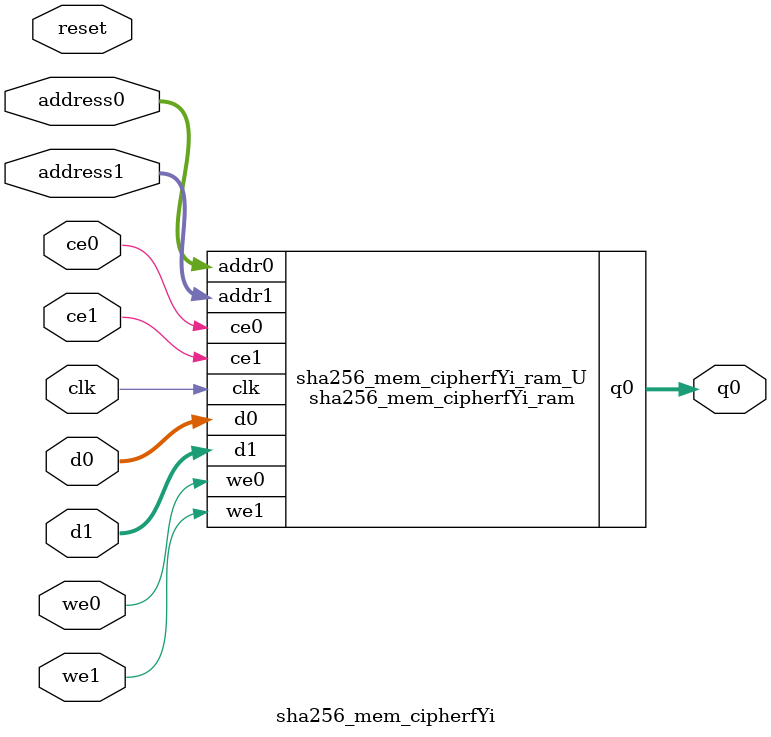
<source format=v>

`timescale 1 ns / 1 ps
module sha256_mem_cipherfYi_ram (addr0, ce0, d0, we0, q0, addr1, ce1, d1, we1,  clk);

parameter DWIDTH = 32;
parameter AWIDTH = 3;
parameter MEM_SIZE = 8;

input[AWIDTH-1:0] addr0;
input ce0;
input[DWIDTH-1:0] d0;
input we0;
output reg[DWIDTH-1:0] q0;
input[AWIDTH-1:0] addr1;
input ce1;
input[DWIDTH-1:0] d1;
input we1;
input clk;

(* ram_style = "block" *)reg [DWIDTH-1:0] ram[0:MEM_SIZE-1];




always @(posedge clk)  
begin 
    if (ce0) 
    begin
        if (we0) 
        begin 
            ram[addr0] <= d0; 
            q0 <= d0;
        end 
        else 
            q0 <= ram[addr0];
    end
end


always @(posedge clk)  
begin 
    if (ce1) 
    begin
        if (we1) 
        begin 
            ram[addr1] <= d1; 
        end 
    end
end


endmodule


`timescale 1 ns / 1 ps
module sha256_mem_cipherfYi(
    reset,
    clk,
    address0,
    ce0,
    we0,
    d0,
    q0,
    address1,
    ce1,
    we1,
    d1);

parameter DataWidth = 32'd32;
parameter AddressRange = 32'd8;
parameter AddressWidth = 32'd3;
input reset;
input clk;
input[AddressWidth - 1:0] address0;
input ce0;
input we0;
input[DataWidth - 1:0] d0;
output[DataWidth - 1:0] q0;
input[AddressWidth - 1:0] address1;
input ce1;
input we1;
input[DataWidth - 1:0] d1;



sha256_mem_cipherfYi_ram sha256_mem_cipherfYi_ram_U(
    .clk( clk ),
    .addr0( address0 ),
    .ce0( ce0 ),
    .d0( d0 ),
    .we0( we0 ),
    .q0( q0 ),
    .addr1( address1 ),
    .ce1( ce1 ),
    .d1( d1 ),
    .we1( we1 ));

endmodule


</source>
